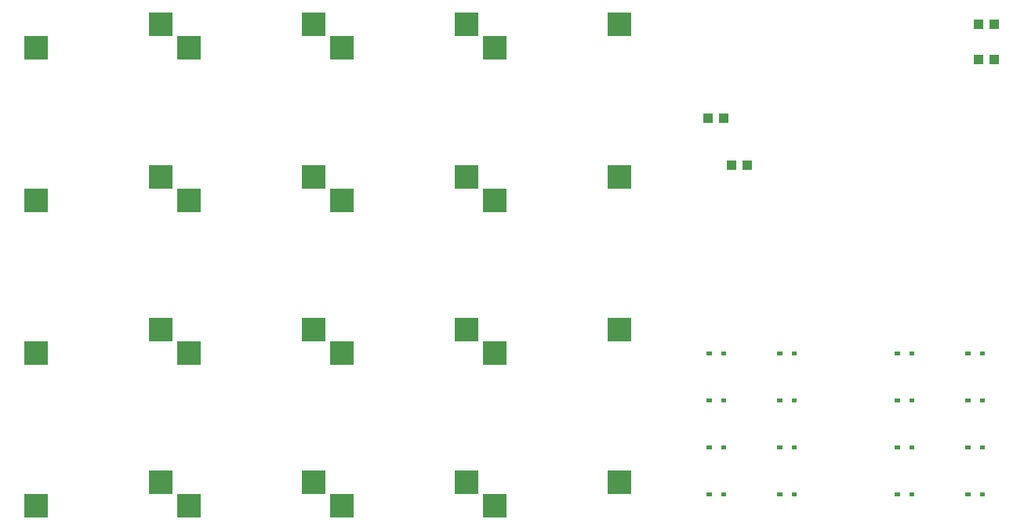
<source format=gbr>
G04 EAGLE Gerber RS-274X export*
G75*
%MOMM*%
%FSLAX34Y34*%
%LPD*%
%INSolderpaste Bottom*%
%IPPOS*%
%AMOC8*
5,1,8,0,0,1.08239X$1,22.5*%
G01*
%ADD10R,1.100000X1.000000*%
%ADD11R,2.550000X2.500000*%
%ADD12C,0.040000*%


D10*
X1100700Y635000D03*
X1083700Y635000D03*
X808600Y533400D03*
X791600Y533400D03*
X1100700Y596900D03*
X1083700Y596900D03*
X834000Y482600D03*
X817000Y482600D03*
D11*
X200600Y635000D03*
X66100Y609600D03*
X530800Y304800D03*
X396300Y279400D03*
X530800Y139700D03*
X396300Y114300D03*
X695900Y635000D03*
X561400Y609600D03*
X695900Y469900D03*
X561400Y444500D03*
X695900Y304800D03*
X561400Y279400D03*
X695900Y139700D03*
X561400Y114300D03*
X200600Y469900D03*
X66100Y444500D03*
X200600Y304800D03*
X66100Y279400D03*
X365700Y635000D03*
X231200Y609600D03*
X365700Y469900D03*
X231200Y444500D03*
X200600Y139700D03*
X66100Y114300D03*
X365700Y304800D03*
X231200Y279400D03*
X365700Y139700D03*
X231200Y114300D03*
X530800Y635000D03*
X396300Y609600D03*
X530800Y469900D03*
X396300Y444500D03*
D12*
X805650Y281200D02*
X810550Y281200D01*
X810550Y277600D01*
X805650Y277600D01*
X805650Y281200D01*
X805650Y277980D02*
X810550Y277980D01*
X810550Y278360D02*
X805650Y278360D01*
X805650Y278740D02*
X810550Y278740D01*
X810550Y279120D02*
X805650Y279120D01*
X805650Y279500D02*
X810550Y279500D01*
X810550Y279880D02*
X805650Y279880D01*
X805650Y280260D02*
X810550Y280260D01*
X810550Y280640D02*
X805650Y280640D01*
X805650Y281020D02*
X810550Y281020D01*
X794550Y281200D02*
X789650Y281200D01*
X794550Y281200D02*
X794550Y277600D01*
X789650Y277600D01*
X789650Y281200D01*
X789650Y277980D02*
X794550Y277980D01*
X794550Y278360D02*
X789650Y278360D01*
X789650Y278740D02*
X794550Y278740D01*
X794550Y279120D02*
X789650Y279120D01*
X789650Y279500D02*
X794550Y279500D01*
X794550Y279880D02*
X789650Y279880D01*
X789650Y280260D02*
X794550Y280260D01*
X794550Y280640D02*
X789650Y280640D01*
X789650Y281020D02*
X794550Y281020D01*
X805650Y230400D02*
X810550Y230400D01*
X810550Y226800D01*
X805650Y226800D01*
X805650Y230400D01*
X805650Y227180D02*
X810550Y227180D01*
X810550Y227560D02*
X805650Y227560D01*
X805650Y227940D02*
X810550Y227940D01*
X810550Y228320D02*
X805650Y228320D01*
X805650Y228700D02*
X810550Y228700D01*
X810550Y229080D02*
X805650Y229080D01*
X805650Y229460D02*
X810550Y229460D01*
X810550Y229840D02*
X805650Y229840D01*
X805650Y230220D02*
X810550Y230220D01*
X794550Y230400D02*
X789650Y230400D01*
X794550Y230400D02*
X794550Y226800D01*
X789650Y226800D01*
X789650Y230400D01*
X789650Y227180D02*
X794550Y227180D01*
X794550Y227560D02*
X789650Y227560D01*
X789650Y227940D02*
X794550Y227940D01*
X794550Y228320D02*
X789650Y228320D01*
X789650Y228700D02*
X794550Y228700D01*
X794550Y229080D02*
X789650Y229080D01*
X789650Y229460D02*
X794550Y229460D01*
X794550Y229840D02*
X789650Y229840D01*
X789650Y230220D02*
X794550Y230220D01*
X805650Y179600D02*
X810550Y179600D01*
X810550Y176000D01*
X805650Y176000D01*
X805650Y179600D01*
X805650Y176380D02*
X810550Y176380D01*
X810550Y176760D02*
X805650Y176760D01*
X805650Y177140D02*
X810550Y177140D01*
X810550Y177520D02*
X805650Y177520D01*
X805650Y177900D02*
X810550Y177900D01*
X810550Y178280D02*
X805650Y178280D01*
X805650Y178660D02*
X810550Y178660D01*
X810550Y179040D02*
X805650Y179040D01*
X805650Y179420D02*
X810550Y179420D01*
X794550Y179600D02*
X789650Y179600D01*
X794550Y179600D02*
X794550Y176000D01*
X789650Y176000D01*
X789650Y179600D01*
X789650Y176380D02*
X794550Y176380D01*
X794550Y176760D02*
X789650Y176760D01*
X789650Y177140D02*
X794550Y177140D01*
X794550Y177520D02*
X789650Y177520D01*
X789650Y177900D02*
X794550Y177900D01*
X794550Y178280D02*
X789650Y178280D01*
X789650Y178660D02*
X794550Y178660D01*
X794550Y179040D02*
X789650Y179040D01*
X789650Y179420D02*
X794550Y179420D01*
X805650Y128800D02*
X810550Y128800D01*
X810550Y125200D01*
X805650Y125200D01*
X805650Y128800D01*
X805650Y125580D02*
X810550Y125580D01*
X810550Y125960D02*
X805650Y125960D01*
X805650Y126340D02*
X810550Y126340D01*
X810550Y126720D02*
X805650Y126720D01*
X805650Y127100D02*
X810550Y127100D01*
X810550Y127480D02*
X805650Y127480D01*
X805650Y127860D02*
X810550Y127860D01*
X810550Y128240D02*
X805650Y128240D01*
X805650Y128620D02*
X810550Y128620D01*
X794550Y128800D02*
X789650Y128800D01*
X794550Y128800D02*
X794550Y125200D01*
X789650Y125200D01*
X789650Y128800D01*
X789650Y125580D02*
X794550Y125580D01*
X794550Y125960D02*
X789650Y125960D01*
X789650Y126340D02*
X794550Y126340D01*
X794550Y126720D02*
X789650Y126720D01*
X789650Y127100D02*
X794550Y127100D01*
X794550Y127480D02*
X789650Y127480D01*
X789650Y127860D02*
X794550Y127860D01*
X794550Y128240D02*
X789650Y128240D01*
X789650Y128620D02*
X794550Y128620D01*
X881850Y281200D02*
X886750Y281200D01*
X886750Y277600D01*
X881850Y277600D01*
X881850Y281200D01*
X881850Y277980D02*
X886750Y277980D01*
X886750Y278360D02*
X881850Y278360D01*
X881850Y278740D02*
X886750Y278740D01*
X886750Y279120D02*
X881850Y279120D01*
X881850Y279500D02*
X886750Y279500D01*
X886750Y279880D02*
X881850Y279880D01*
X881850Y280260D02*
X886750Y280260D01*
X886750Y280640D02*
X881850Y280640D01*
X881850Y281020D02*
X886750Y281020D01*
X870750Y281200D02*
X865850Y281200D01*
X870750Y281200D02*
X870750Y277600D01*
X865850Y277600D01*
X865850Y281200D01*
X865850Y277980D02*
X870750Y277980D01*
X870750Y278360D02*
X865850Y278360D01*
X865850Y278740D02*
X870750Y278740D01*
X870750Y279120D02*
X865850Y279120D01*
X865850Y279500D02*
X870750Y279500D01*
X870750Y279880D02*
X865850Y279880D01*
X865850Y280260D02*
X870750Y280260D01*
X870750Y280640D02*
X865850Y280640D01*
X865850Y281020D02*
X870750Y281020D01*
X881850Y230400D02*
X886750Y230400D01*
X886750Y226800D01*
X881850Y226800D01*
X881850Y230400D01*
X881850Y227180D02*
X886750Y227180D01*
X886750Y227560D02*
X881850Y227560D01*
X881850Y227940D02*
X886750Y227940D01*
X886750Y228320D02*
X881850Y228320D01*
X881850Y228700D02*
X886750Y228700D01*
X886750Y229080D02*
X881850Y229080D01*
X881850Y229460D02*
X886750Y229460D01*
X886750Y229840D02*
X881850Y229840D01*
X881850Y230220D02*
X886750Y230220D01*
X870750Y230400D02*
X865850Y230400D01*
X870750Y230400D02*
X870750Y226800D01*
X865850Y226800D01*
X865850Y230400D01*
X865850Y227180D02*
X870750Y227180D01*
X870750Y227560D02*
X865850Y227560D01*
X865850Y227940D02*
X870750Y227940D01*
X870750Y228320D02*
X865850Y228320D01*
X865850Y228700D02*
X870750Y228700D01*
X870750Y229080D02*
X865850Y229080D01*
X865850Y229460D02*
X870750Y229460D01*
X870750Y229840D02*
X865850Y229840D01*
X865850Y230220D02*
X870750Y230220D01*
X881850Y179600D02*
X886750Y179600D01*
X886750Y176000D01*
X881850Y176000D01*
X881850Y179600D01*
X881850Y176380D02*
X886750Y176380D01*
X886750Y176760D02*
X881850Y176760D01*
X881850Y177140D02*
X886750Y177140D01*
X886750Y177520D02*
X881850Y177520D01*
X881850Y177900D02*
X886750Y177900D01*
X886750Y178280D02*
X881850Y178280D01*
X881850Y178660D02*
X886750Y178660D01*
X886750Y179040D02*
X881850Y179040D01*
X881850Y179420D02*
X886750Y179420D01*
X870750Y179600D02*
X865850Y179600D01*
X870750Y179600D02*
X870750Y176000D01*
X865850Y176000D01*
X865850Y179600D01*
X865850Y176380D02*
X870750Y176380D01*
X870750Y176760D02*
X865850Y176760D01*
X865850Y177140D02*
X870750Y177140D01*
X870750Y177520D02*
X865850Y177520D01*
X865850Y177900D02*
X870750Y177900D01*
X870750Y178280D02*
X865850Y178280D01*
X865850Y178660D02*
X870750Y178660D01*
X870750Y179040D02*
X865850Y179040D01*
X865850Y179420D02*
X870750Y179420D01*
X881850Y128800D02*
X886750Y128800D01*
X886750Y125200D01*
X881850Y125200D01*
X881850Y128800D01*
X881850Y125580D02*
X886750Y125580D01*
X886750Y125960D02*
X881850Y125960D01*
X881850Y126340D02*
X886750Y126340D01*
X886750Y126720D02*
X881850Y126720D01*
X881850Y127100D02*
X886750Y127100D01*
X886750Y127480D02*
X881850Y127480D01*
X881850Y127860D02*
X886750Y127860D01*
X886750Y128240D02*
X881850Y128240D01*
X881850Y128620D02*
X886750Y128620D01*
X870750Y128800D02*
X865850Y128800D01*
X870750Y128800D02*
X870750Y125200D01*
X865850Y125200D01*
X865850Y128800D01*
X865850Y125580D02*
X870750Y125580D01*
X870750Y125960D02*
X865850Y125960D01*
X865850Y126340D02*
X870750Y126340D01*
X870750Y126720D02*
X865850Y126720D01*
X865850Y127100D02*
X870750Y127100D01*
X870750Y127480D02*
X865850Y127480D01*
X865850Y127860D02*
X870750Y127860D01*
X870750Y128240D02*
X865850Y128240D01*
X865850Y128620D02*
X870750Y128620D01*
X1008850Y281200D02*
X1013750Y281200D01*
X1013750Y277600D01*
X1008850Y277600D01*
X1008850Y281200D01*
X1008850Y277980D02*
X1013750Y277980D01*
X1013750Y278360D02*
X1008850Y278360D01*
X1008850Y278740D02*
X1013750Y278740D01*
X1013750Y279120D02*
X1008850Y279120D01*
X1008850Y279500D02*
X1013750Y279500D01*
X1013750Y279880D02*
X1008850Y279880D01*
X1008850Y280260D02*
X1013750Y280260D01*
X1013750Y280640D02*
X1008850Y280640D01*
X1008850Y281020D02*
X1013750Y281020D01*
X997750Y281200D02*
X992850Y281200D01*
X997750Y281200D02*
X997750Y277600D01*
X992850Y277600D01*
X992850Y281200D01*
X992850Y277980D02*
X997750Y277980D01*
X997750Y278360D02*
X992850Y278360D01*
X992850Y278740D02*
X997750Y278740D01*
X997750Y279120D02*
X992850Y279120D01*
X992850Y279500D02*
X997750Y279500D01*
X997750Y279880D02*
X992850Y279880D01*
X992850Y280260D02*
X997750Y280260D01*
X997750Y280640D02*
X992850Y280640D01*
X992850Y281020D02*
X997750Y281020D01*
X1008850Y230400D02*
X1013750Y230400D01*
X1013750Y226800D01*
X1008850Y226800D01*
X1008850Y230400D01*
X1008850Y227180D02*
X1013750Y227180D01*
X1013750Y227560D02*
X1008850Y227560D01*
X1008850Y227940D02*
X1013750Y227940D01*
X1013750Y228320D02*
X1008850Y228320D01*
X1008850Y228700D02*
X1013750Y228700D01*
X1013750Y229080D02*
X1008850Y229080D01*
X1008850Y229460D02*
X1013750Y229460D01*
X1013750Y229840D02*
X1008850Y229840D01*
X1008850Y230220D02*
X1013750Y230220D01*
X997750Y230400D02*
X992850Y230400D01*
X997750Y230400D02*
X997750Y226800D01*
X992850Y226800D01*
X992850Y230400D01*
X992850Y227180D02*
X997750Y227180D01*
X997750Y227560D02*
X992850Y227560D01*
X992850Y227940D02*
X997750Y227940D01*
X997750Y228320D02*
X992850Y228320D01*
X992850Y228700D02*
X997750Y228700D01*
X997750Y229080D02*
X992850Y229080D01*
X992850Y229460D02*
X997750Y229460D01*
X997750Y229840D02*
X992850Y229840D01*
X992850Y230220D02*
X997750Y230220D01*
X1008850Y179600D02*
X1013750Y179600D01*
X1013750Y176000D01*
X1008850Y176000D01*
X1008850Y179600D01*
X1008850Y176380D02*
X1013750Y176380D01*
X1013750Y176760D02*
X1008850Y176760D01*
X1008850Y177140D02*
X1013750Y177140D01*
X1013750Y177520D02*
X1008850Y177520D01*
X1008850Y177900D02*
X1013750Y177900D01*
X1013750Y178280D02*
X1008850Y178280D01*
X1008850Y178660D02*
X1013750Y178660D01*
X1013750Y179040D02*
X1008850Y179040D01*
X1008850Y179420D02*
X1013750Y179420D01*
X997750Y179600D02*
X992850Y179600D01*
X997750Y179600D02*
X997750Y176000D01*
X992850Y176000D01*
X992850Y179600D01*
X992850Y176380D02*
X997750Y176380D01*
X997750Y176760D02*
X992850Y176760D01*
X992850Y177140D02*
X997750Y177140D01*
X997750Y177520D02*
X992850Y177520D01*
X992850Y177900D02*
X997750Y177900D01*
X997750Y178280D02*
X992850Y178280D01*
X992850Y178660D02*
X997750Y178660D01*
X997750Y179040D02*
X992850Y179040D01*
X992850Y179420D02*
X997750Y179420D01*
X1008850Y128800D02*
X1013750Y128800D01*
X1013750Y125200D01*
X1008850Y125200D01*
X1008850Y128800D01*
X1008850Y125580D02*
X1013750Y125580D01*
X1013750Y125960D02*
X1008850Y125960D01*
X1008850Y126340D02*
X1013750Y126340D01*
X1013750Y126720D02*
X1008850Y126720D01*
X1008850Y127100D02*
X1013750Y127100D01*
X1013750Y127480D02*
X1008850Y127480D01*
X1008850Y127860D02*
X1013750Y127860D01*
X1013750Y128240D02*
X1008850Y128240D01*
X1008850Y128620D02*
X1013750Y128620D01*
X997750Y128800D02*
X992850Y128800D01*
X997750Y128800D02*
X997750Y125200D01*
X992850Y125200D01*
X992850Y128800D01*
X992850Y125580D02*
X997750Y125580D01*
X997750Y125960D02*
X992850Y125960D01*
X992850Y126340D02*
X997750Y126340D01*
X997750Y126720D02*
X992850Y126720D01*
X992850Y127100D02*
X997750Y127100D01*
X997750Y127480D02*
X992850Y127480D01*
X992850Y127860D02*
X997750Y127860D01*
X997750Y128240D02*
X992850Y128240D01*
X992850Y128620D02*
X997750Y128620D01*
X1085050Y281200D02*
X1089950Y281200D01*
X1089950Y277600D01*
X1085050Y277600D01*
X1085050Y281200D01*
X1085050Y277980D02*
X1089950Y277980D01*
X1089950Y278360D02*
X1085050Y278360D01*
X1085050Y278740D02*
X1089950Y278740D01*
X1089950Y279120D02*
X1085050Y279120D01*
X1085050Y279500D02*
X1089950Y279500D01*
X1089950Y279880D02*
X1085050Y279880D01*
X1085050Y280260D02*
X1089950Y280260D01*
X1089950Y280640D02*
X1085050Y280640D01*
X1085050Y281020D02*
X1089950Y281020D01*
X1073950Y281200D02*
X1069050Y281200D01*
X1073950Y281200D02*
X1073950Y277600D01*
X1069050Y277600D01*
X1069050Y281200D01*
X1069050Y277980D02*
X1073950Y277980D01*
X1073950Y278360D02*
X1069050Y278360D01*
X1069050Y278740D02*
X1073950Y278740D01*
X1073950Y279120D02*
X1069050Y279120D01*
X1069050Y279500D02*
X1073950Y279500D01*
X1073950Y279880D02*
X1069050Y279880D01*
X1069050Y280260D02*
X1073950Y280260D01*
X1073950Y280640D02*
X1069050Y280640D01*
X1069050Y281020D02*
X1073950Y281020D01*
X1085050Y230400D02*
X1089950Y230400D01*
X1089950Y226800D01*
X1085050Y226800D01*
X1085050Y230400D01*
X1085050Y227180D02*
X1089950Y227180D01*
X1089950Y227560D02*
X1085050Y227560D01*
X1085050Y227940D02*
X1089950Y227940D01*
X1089950Y228320D02*
X1085050Y228320D01*
X1085050Y228700D02*
X1089950Y228700D01*
X1089950Y229080D02*
X1085050Y229080D01*
X1085050Y229460D02*
X1089950Y229460D01*
X1089950Y229840D02*
X1085050Y229840D01*
X1085050Y230220D02*
X1089950Y230220D01*
X1073950Y230400D02*
X1069050Y230400D01*
X1073950Y230400D02*
X1073950Y226800D01*
X1069050Y226800D01*
X1069050Y230400D01*
X1069050Y227180D02*
X1073950Y227180D01*
X1073950Y227560D02*
X1069050Y227560D01*
X1069050Y227940D02*
X1073950Y227940D01*
X1073950Y228320D02*
X1069050Y228320D01*
X1069050Y228700D02*
X1073950Y228700D01*
X1073950Y229080D02*
X1069050Y229080D01*
X1069050Y229460D02*
X1073950Y229460D01*
X1073950Y229840D02*
X1069050Y229840D01*
X1069050Y230220D02*
X1073950Y230220D01*
X1085050Y179600D02*
X1089950Y179600D01*
X1089950Y176000D01*
X1085050Y176000D01*
X1085050Y179600D01*
X1085050Y176380D02*
X1089950Y176380D01*
X1089950Y176760D02*
X1085050Y176760D01*
X1085050Y177140D02*
X1089950Y177140D01*
X1089950Y177520D02*
X1085050Y177520D01*
X1085050Y177900D02*
X1089950Y177900D01*
X1089950Y178280D02*
X1085050Y178280D01*
X1085050Y178660D02*
X1089950Y178660D01*
X1089950Y179040D02*
X1085050Y179040D01*
X1085050Y179420D02*
X1089950Y179420D01*
X1073950Y179600D02*
X1069050Y179600D01*
X1073950Y179600D02*
X1073950Y176000D01*
X1069050Y176000D01*
X1069050Y179600D01*
X1069050Y176380D02*
X1073950Y176380D01*
X1073950Y176760D02*
X1069050Y176760D01*
X1069050Y177140D02*
X1073950Y177140D01*
X1073950Y177520D02*
X1069050Y177520D01*
X1069050Y177900D02*
X1073950Y177900D01*
X1073950Y178280D02*
X1069050Y178280D01*
X1069050Y178660D02*
X1073950Y178660D01*
X1073950Y179040D02*
X1069050Y179040D01*
X1069050Y179420D02*
X1073950Y179420D01*
X1085050Y128800D02*
X1089950Y128800D01*
X1089950Y125200D01*
X1085050Y125200D01*
X1085050Y128800D01*
X1085050Y125580D02*
X1089950Y125580D01*
X1089950Y125960D02*
X1085050Y125960D01*
X1085050Y126340D02*
X1089950Y126340D01*
X1089950Y126720D02*
X1085050Y126720D01*
X1085050Y127100D02*
X1089950Y127100D01*
X1089950Y127480D02*
X1085050Y127480D01*
X1085050Y127860D02*
X1089950Y127860D01*
X1089950Y128240D02*
X1085050Y128240D01*
X1085050Y128620D02*
X1089950Y128620D01*
X1073950Y128800D02*
X1069050Y128800D01*
X1073950Y128800D02*
X1073950Y125200D01*
X1069050Y125200D01*
X1069050Y128800D01*
X1069050Y125580D02*
X1073950Y125580D01*
X1073950Y125960D02*
X1069050Y125960D01*
X1069050Y126340D02*
X1073950Y126340D01*
X1073950Y126720D02*
X1069050Y126720D01*
X1069050Y127100D02*
X1073950Y127100D01*
X1073950Y127480D02*
X1069050Y127480D01*
X1069050Y127860D02*
X1073950Y127860D01*
X1073950Y128240D02*
X1069050Y128240D01*
X1069050Y128620D02*
X1073950Y128620D01*
M02*

</source>
